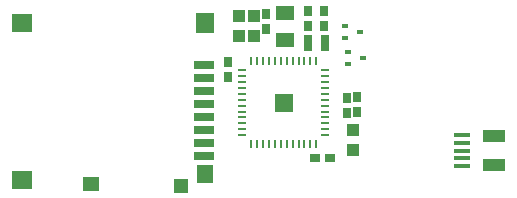
<source format=gtp>
%FSLAX25Y25*%
%MOIN*%
G70*
G01*
G75*
G04 Layer_Color=8421504*
%ADD10R,0.02008X0.01575*%
%ADD11R,0.05315X0.01575*%
%ADD12R,0.07480X0.03937*%
%ADD13R,0.03937X0.04331*%
%ADD14R,0.05709X0.06299*%
%ADD15R,0.06693X0.05906*%
%ADD16R,0.05906X0.06693*%
%ADD17R,0.06614X0.03150*%
%ADD18R,0.05512X0.05079*%
%ADD19R,0.05118X0.05079*%
%ADD20R,0.03543X0.02756*%
%ADD21R,0.02756X0.03543*%
%ADD22R,0.05906X0.05118*%
%ADD23R,0.02953X0.05512*%
%ADD24O,0.00787X0.02756*%
%ADD25O,0.02756X0.00787*%
%ADD26R,0.20276X0.20276*%
%ADD27C,0.04000*%
%ADD28C,0.00800*%
%ADD29C,0.03347*%
%ADD30C,0.06000*%
%ADD31R,0.06000X0.06000*%
G04:AMPARAMS|DCode=32|XSize=59.06mil|YSize=74.8mil|CornerRadius=14.76mil|HoleSize=0mil|Usage=FLASHONLY|Rotation=270.000|XOffset=0mil|YOffset=0mil|HoleType=Round|Shape=RoundedRectangle|*
%AMROUNDEDRECTD32*
21,1,0.05906,0.04528,0,0,270.0*
21,1,0.02953,0.07480,0,0,270.0*
1,1,0.02953,-0.02264,-0.01476*
1,1,0.02953,-0.02264,0.01476*
1,1,0.02953,0.02264,0.01476*
1,1,0.02953,0.02264,-0.01476*
%
%ADD32ROUNDEDRECTD32*%
%ADD33C,0.05709*%
%ADD34C,0.05906*%
%ADD35C,0.03937*%
%ADD36C,0.02400*%
%ADD37C,0.04000*%
%ADD38C,0.06756*%
G04:AMPARAMS|DCode=39|XSize=87.559mil|YSize=87.559mil|CornerRadius=0mil|HoleSize=0mil|Usage=FLASHONLY|Rotation=0.000|XOffset=0mil|YOffset=0mil|HoleType=Round|Shape=Relief|Width=10mil|Gap=10mil|Entries=4|*
%AMTHD39*
7,0,0,0.08756,0.06756,0.01000,45*
%
%ADD39THD39*%
%ADD40C,0.07000*%
%ADD41C,0.07543*%
G04:AMPARAMS|DCode=42|XSize=95.433mil|YSize=95.433mil|CornerRadius=0mil|HoleSize=0mil|Usage=FLASHONLY|Rotation=0.000|XOffset=0mil|YOffset=0mil|HoleType=Round|Shape=Relief|Width=10mil|Gap=10mil|Entries=4|*
%AMTHD42*
7,0,0,0.09543,0.07543,0.01000,45*
%
%ADD42THD42*%
%ADD43O,0.09118X0.07150*%
%ADD44C,0.07347*%
%ADD45C,0.06559*%
%ADD46C,0.05969*%
G04:AMPARAMS|DCode=47|XSize=79.685mil|YSize=79.685mil|CornerRadius=0mil|HoleSize=0mil|Usage=FLASHONLY|Rotation=0.000|XOffset=0mil|YOffset=0mil|HoleType=Round|Shape=Relief|Width=10mil|Gap=10mil|Entries=4|*
%AMTHD47*
7,0,0,0.07969,0.05969,0.01000,45*
%
%ADD47THD47*%
G04:AMPARAMS|DCode=48|XSize=90mil|YSize=90mil|CornerRadius=0mil|HoleSize=0mil|Usage=FLASHONLY|Rotation=0.000|XOffset=0mil|YOffset=0mil|HoleType=Round|Shape=Relief|Width=10mil|Gap=10mil|Entries=4|*
%AMTHD48*
7,0,0,0.09000,0.07000,0.01000,45*
%
%ADD48THD48*%
%ADD49C,0.05200*%
G04:AMPARAMS|DCode=50|XSize=72mil|YSize=72mil|CornerRadius=0mil|HoleSize=0mil|Usage=FLASHONLY|Rotation=0.000|XOffset=0mil|YOffset=0mil|HoleType=Round|Shape=Relief|Width=10mil|Gap=10mil|Entries=4|*
%AMTHD50*
7,0,0,0.07200,0.05200,0.01000,45*
%
%ADD50THD50*%
%ADD51R,0.04331X0.03937*%
%ADD52R,0.03150X0.03150*%
%ADD53R,0.03543X0.08858*%
%ADD54R,0.03543X0.11024*%
%ADD55R,0.02559X0.00787*%
%ADD56R,0.00787X0.02559*%
G04:AMPARAMS|DCode=57|XSize=9.84mil|YSize=29.53mil|CornerRadius=2.46mil|HoleSize=0mil|Usage=FLASHONLY|Rotation=90.000|XOffset=0mil|YOffset=0mil|HoleType=Round|Shape=RoundedRectangle|*
%AMROUNDEDRECTD57*
21,1,0.00984,0.02461,0,0,90.0*
21,1,0.00492,0.02953,0,0,90.0*
1,1,0.00492,0.01230,0.00246*
1,1,0.00492,0.01230,-0.00246*
1,1,0.00492,-0.01230,-0.00246*
1,1,0.00492,-0.01230,0.00246*
%
%ADD57ROUNDEDRECTD57*%
G04:AMPARAMS|DCode=58|XSize=9.84mil|YSize=23.62mil|CornerRadius=2.46mil|HoleSize=0mil|Usage=FLASHONLY|Rotation=90.000|XOffset=0mil|YOffset=0mil|HoleType=Round|Shape=RoundedRectangle|*
%AMROUNDEDRECTD58*
21,1,0.00984,0.01870,0,0,90.0*
21,1,0.00492,0.02362,0,0,90.0*
1,1,0.00492,0.00935,0.00246*
1,1,0.00492,0.00935,-0.00246*
1,1,0.00492,-0.00935,-0.00246*
1,1,0.00492,-0.00935,0.00246*
%
%ADD58ROUNDEDRECTD58*%
%ADD59R,0.05000X0.04000*%
%ADD60R,0.02559X0.04331*%
%ADD61R,0.05512X0.08661*%
%ADD62R,0.05512X0.03543*%
%ADD63R,0.04000X0.05000*%
%ADD64R,0.05906X0.05512*%
%ADD65R,0.04331X0.02559*%
%ADD66C,0.02000*%
%ADD67C,0.01000*%
%ADD68C,0.01500*%
%ADD69C,0.00984*%
%ADD70C,0.00787*%
%ADD71C,0.00394*%
%ADD72R,0.06276X0.06276*%
D10*
X104359Y-7100D02*
D03*
X99241Y-9069D02*
D03*
Y-5131D02*
D03*
X100241Y-13632D02*
D03*
Y-17569D02*
D03*
X105359Y-15600D02*
D03*
D11*
X138182Y-51718D02*
D03*
Y-49159D02*
D03*
Y-46600D02*
D03*
Y-44041D02*
D03*
Y-41482D02*
D03*
D12*
X148812Y-51521D02*
D03*
Y-41679D02*
D03*
D13*
X68800Y-1753D02*
D03*
Y-8446D02*
D03*
X63800Y-8446D02*
D03*
Y-1753D02*
D03*
X101800Y-39753D02*
D03*
Y-46446D02*
D03*
D14*
X52694Y-54320D02*
D03*
D15*
X-8330Y-56289D02*
D03*
Y-3927D02*
D03*
D16*
X52694D02*
D03*
D17*
X52300Y-18100D02*
D03*
Y-22431D02*
D03*
Y-31092D02*
D03*
Y-26761D02*
D03*
Y-39753D02*
D03*
Y-35423D02*
D03*
Y-48415D02*
D03*
Y-44084D02*
D03*
D18*
X14505Y-57864D02*
D03*
D19*
X44426Y-58257D02*
D03*
D20*
X89241Y-49100D02*
D03*
X94359D02*
D03*
D21*
X60300Y-17041D02*
D03*
Y-22159D02*
D03*
X103300Y-33659D02*
D03*
Y-28541D02*
D03*
X99800Y-34159D02*
D03*
Y-29041D02*
D03*
X72800Y-6159D02*
D03*
Y-1041D02*
D03*
X92300Y-5159D02*
D03*
Y-41D02*
D03*
X86800Y-5159D02*
D03*
Y-41D02*
D03*
D22*
X79300Y-572D02*
D03*
Y-9628D02*
D03*
D23*
X86946Y-10600D02*
D03*
X92654D02*
D03*
D24*
X89627Y-16820D02*
D03*
X87658D02*
D03*
X85690D02*
D03*
X83721D02*
D03*
X81753D02*
D03*
X79784D02*
D03*
X77816D02*
D03*
X75847D02*
D03*
X73879D02*
D03*
X71910D02*
D03*
X69942D02*
D03*
X67973D02*
D03*
Y-44379D02*
D03*
X69942D02*
D03*
X71910D02*
D03*
X73879D02*
D03*
X75847D02*
D03*
X77816D02*
D03*
X79784D02*
D03*
X81753D02*
D03*
X83721D02*
D03*
X85690D02*
D03*
X87658D02*
D03*
X89627D02*
D03*
D25*
X65021Y-19773D02*
D03*
Y-21742D02*
D03*
Y-23710D02*
D03*
Y-25679D02*
D03*
Y-27647D02*
D03*
Y-29616D02*
D03*
Y-31584D02*
D03*
Y-33553D02*
D03*
Y-35521D02*
D03*
Y-37490D02*
D03*
Y-39458D02*
D03*
Y-41427D02*
D03*
X92580D02*
D03*
Y-39458D02*
D03*
Y-37490D02*
D03*
Y-35521D02*
D03*
Y-33553D02*
D03*
Y-31584D02*
D03*
Y-29616D02*
D03*
Y-27647D02*
D03*
Y-25679D02*
D03*
Y-23710D02*
D03*
Y-21742D02*
D03*
Y-19773D02*
D03*
D72*
X78800Y-30600D02*
D03*
M02*

</source>
